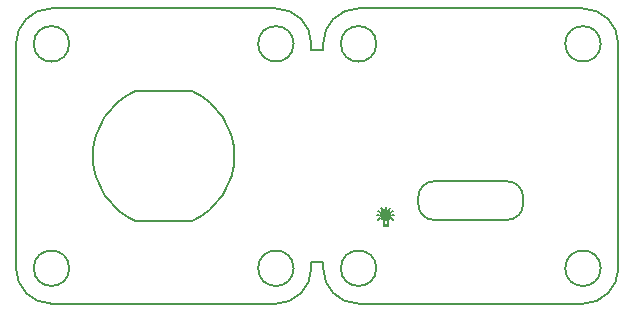
<source format=gts>
%TF.GenerationSoftware,KiCad,Pcbnew,(6.0.7)*%
%TF.CreationDate,2022-08-30T17:46:17+08:00*%
%TF.ProjectId,Covers,436f7665-7273-42e6-9b69-6361645f7063,rev?*%
%TF.SameCoordinates,Original*%
%TF.FileFunction,Soldermask,Top*%
%TF.FilePolarity,Negative*%
%FSLAX45Y45*%
G04 Gerber Fmt 4.5, Leading zero omitted, Abs format (unit mm)*
G04 Created by KiCad (PCBNEW (6.0.7)) date 2022-08-30 17:46:17*
%MOMM*%
%LPD*%
G01*
G04 APERTURE LIST*
%ADD10C,0.152399*%
%ADD11C,0.508000*%
%TA.AperFunction,Profile*%
%ADD12C,0.152399*%
%TD*%
%TA.AperFunction,Profile*%
%ADD13C,0.152400*%
%TD*%
G04 APERTURE END LIST*
D10*
X13871276Y-10225324D02*
X13868876Y-10225324D01*
X13933030Y-10314285D02*
X13931830Y-10316363D01*
X13869076Y-10219324D02*
X13871076Y-10219324D01*
X13888076Y-10366927D02*
X13888076Y-10322909D01*
X13896037Y-10231959D02*
X13905037Y-10216370D01*
X13905037Y-10216370D02*
X13907115Y-10217570D01*
X13916242Y-10307363D02*
X13917442Y-10305285D01*
X13852076Y-10366927D02*
X13858076Y-10372927D01*
X13816076Y-10280524D02*
X13798076Y-10280524D01*
X13852076Y-10322909D02*
X13852076Y-10366927D01*
X13924076Y-10280524D02*
X13924076Y-10278124D01*
X13942076Y-10280524D02*
X13924076Y-10280524D01*
X13852076Y-10366927D02*
X13888076Y-10366927D01*
X13835115Y-10216370D02*
X13844115Y-10231959D01*
X13808322Y-10242285D02*
X13823911Y-10251285D01*
X13816076Y-10278124D02*
X13816076Y-10280524D01*
X13823911Y-10307363D02*
X13808322Y-10316363D01*
X13807122Y-10244363D02*
X13808322Y-10242285D01*
X13898115Y-10233159D02*
X13896037Y-10231959D01*
X13807122Y-10314285D02*
X13822711Y-10305285D01*
X13833037Y-10217570D02*
X13835115Y-10216370D01*
X13917442Y-10253363D02*
X13916242Y-10251285D01*
X13888076Y-10366927D02*
X13882076Y-10372927D01*
X13871276Y-10207324D02*
X13871276Y-10225324D01*
X13931830Y-10316363D02*
X13916242Y-10307363D01*
X13842037Y-10233159D02*
X13833037Y-10217570D01*
X13916242Y-10251285D02*
X13931830Y-10242285D01*
X13823911Y-10251285D02*
X13822711Y-10253363D01*
X13931830Y-10242285D02*
X13933030Y-10244363D01*
X13858076Y-10372927D02*
X13882076Y-10372927D01*
X13822711Y-10253363D02*
X13807122Y-10244363D01*
X13844115Y-10231959D02*
X13842037Y-10233159D01*
X13868876Y-10225324D02*
X13868876Y-10207324D01*
X13822711Y-10305285D02*
X13823911Y-10307363D01*
X13897326Y-10241358D02*
X13895326Y-10241358D01*
X13871076Y-10234324D02*
X13869076Y-10234324D01*
X13852076Y-10360927D02*
X13888076Y-10360927D01*
D11*
X13896340Y-10279324D02*
G75*
G03*
X13896340Y-10279324I-26264J0D01*
G01*
D10*
X13869076Y-10234324D02*
X13869076Y-10219324D01*
X13933030Y-10244363D02*
X13917442Y-10253363D01*
X13808322Y-10316363D02*
X13807122Y-10314285D01*
X13798076Y-10280524D02*
X13798076Y-10278124D01*
X13924076Y-10278124D02*
X13942076Y-10278124D01*
X13942076Y-10278124D02*
X13942076Y-10280524D01*
X13917442Y-10305285D02*
X13933030Y-10314285D01*
X13868876Y-10207324D02*
X13871276Y-10207324D01*
X13871076Y-10219324D02*
X13871076Y-10234324D01*
X13864076Y-10372927D02*
G75*
G03*
X13876076Y-10372927I6000J0D01*
G01*
X13798076Y-10278124D02*
X13816076Y-10278124D01*
X13907115Y-10217570D02*
X13898115Y-10233159D01*
D12*
X11040310Y-11028620D02*
X12940310Y-11028620D01*
X15690310Y-8828620D02*
G75*
G03*
X15690310Y-8828620I-150000J0D01*
G01*
D13*
X14277882Y-9993080D02*
G75*
G03*
X14147110Y-10123853I-902J-129870D01*
G01*
D12*
X13090310Y-8828620D02*
G75*
G03*
X13090310Y-8828620I-150000J0D01*
G01*
X10740310Y-10728620D02*
G75*
G03*
X11040310Y-11028620I300000J0D01*
G01*
D13*
X14902270Y-10318627D02*
G75*
G03*
X15032854Y-10187213I-71J130657D01*
G01*
D12*
X11750518Y-9228620D02*
X12230102Y-9228620D01*
X11190310Y-8828620D02*
G75*
G03*
X11190310Y-8828620I-150000J0D01*
G01*
X13240310Y-10678620D02*
X13340310Y-10678620D01*
X15690310Y-10728620D02*
G75*
G03*
X15690310Y-10728620I-150000J0D01*
G01*
X11750518Y-10328620D02*
X12230102Y-10328620D01*
X10740310Y-8828620D02*
X10740310Y-10728620D01*
X13240310Y-8828620D02*
G75*
G03*
X12940310Y-8528620I-300000J0D01*
G01*
D13*
X14147110Y-10123853D02*
X14147110Y-10187848D01*
D12*
X13090310Y-10728620D02*
G75*
G03*
X13090310Y-10728620I-150000J0D01*
G01*
X15540310Y-8528620D02*
X13640310Y-8528620D01*
X11750518Y-9228620D02*
G75*
G03*
X11750518Y-10328620I239792J-550000D01*
G01*
X13340310Y-10728620D02*
G75*
G03*
X13640310Y-11028620I300000J0D01*
G01*
X12230102Y-10328620D02*
G75*
G03*
X12230102Y-9228620I-239792J550000D01*
G01*
X13240310Y-8878620D02*
X13240310Y-8828620D01*
D13*
X15032854Y-10187213D02*
X15032765Y-10124942D01*
D12*
X13240310Y-10728620D02*
X13240310Y-10678620D01*
X12940310Y-8528620D02*
X11040310Y-8528620D01*
X13340310Y-10678620D02*
X13340310Y-10728620D01*
X11040310Y-8528620D02*
G75*
G03*
X10740310Y-8828620I0J-300000D01*
G01*
X13640310Y-8528620D02*
G75*
G03*
X13340310Y-8828620I0J-300000D01*
G01*
X15840310Y-10728620D02*
X15840310Y-8828620D01*
X12940310Y-11028620D02*
G75*
G03*
X13240310Y-10728620I0J300000D01*
G01*
X15540310Y-11028620D02*
G75*
G03*
X15840310Y-10728620I0J300000D01*
G01*
D13*
X14902738Y-9993081D02*
X14277882Y-9993081D01*
D12*
X13790310Y-8828620D02*
G75*
G03*
X13790310Y-8828620I-150000J0D01*
G01*
X13790310Y-10728620D02*
G75*
G03*
X13790310Y-10728620I-150000J0D01*
G01*
X15840310Y-8828620D02*
G75*
G03*
X15540310Y-8528620I-300000J0D01*
G01*
X13240310Y-8878620D02*
X13340310Y-8878620D01*
D13*
X14277882Y-10318620D02*
X14902270Y-10318620D01*
X15032763Y-10124942D02*
G75*
G03*
X14902738Y-9993081I-130483J1372D01*
G01*
X14147110Y-10187848D02*
G75*
G03*
X14277882Y-10318620I129870J-902D01*
G01*
D12*
X13640310Y-11028620D02*
X15540310Y-11028620D01*
X13340310Y-8828620D02*
X13340310Y-8878620D01*
X11190310Y-10728620D02*
G75*
G03*
X11190310Y-10728620I-150000J0D01*
G01*
M02*

</source>
